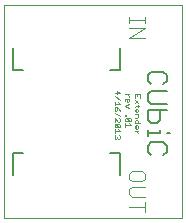
<source format=gto>
G75*
G70*
%OFA0B0*%
%FSLAX24Y24*%
%IPPOS*%
%LPD*%
%AMOC8*
5,1,8,0,0,1.08239X$1,22.5*
%
%ADD10C,0.0060*%
%ADD11C,0.0020*%
%ADD12C,0.0000*%
%ADD13C,0.0040*%
%ADD14C,0.0050*%
D10*
X010917Y002519D02*
X011023Y002412D01*
X010917Y002519D02*
X010917Y002733D01*
X011023Y002839D01*
X011450Y002839D01*
X011557Y002733D01*
X011557Y002519D01*
X011450Y002412D01*
X010917Y003056D02*
X010917Y003269D01*
X010917Y003162D02*
X011344Y003162D01*
X011344Y003269D01*
X011557Y003162D02*
X011664Y003162D01*
X011237Y003487D02*
X011023Y003487D01*
X010917Y003593D01*
X010917Y003914D01*
X011557Y003914D01*
X011344Y003914D02*
X011344Y003593D01*
X011237Y003487D01*
X011023Y004131D02*
X011557Y004131D01*
X011023Y004131D02*
X010917Y004238D01*
X010917Y004451D01*
X011023Y004558D01*
X011557Y004558D01*
X011450Y004776D02*
X011557Y004882D01*
X011557Y005096D01*
X011450Y005203D01*
X011023Y005203D01*
X010917Y005096D01*
X010917Y004882D01*
X011023Y004776D01*
D11*
X010669Y004456D02*
X010489Y004456D01*
X010489Y004336D01*
X010489Y004272D02*
X010609Y004152D01*
X010609Y004088D02*
X010609Y004028D01*
X010639Y004058D02*
X010519Y004058D01*
X010489Y004028D01*
X010519Y003965D02*
X010579Y003965D01*
X010609Y003935D01*
X010609Y003875D01*
X010579Y003845D01*
X010549Y003845D01*
X010549Y003965D01*
X010519Y003965D02*
X010489Y003935D01*
X010489Y003875D01*
X010294Y003999D02*
X010174Y004059D01*
X010294Y004119D01*
X010264Y004183D02*
X010234Y004183D01*
X010234Y004303D01*
X010264Y004303D02*
X010294Y004273D01*
X010294Y004213D01*
X010264Y004183D01*
X010174Y004213D02*
X010174Y004273D01*
X010204Y004303D01*
X010264Y004303D01*
X010294Y004366D02*
X010294Y004396D01*
X010234Y004456D01*
X010174Y004456D02*
X010294Y004456D01*
X010579Y004456D02*
X010579Y004396D01*
X010669Y004336D02*
X010669Y004456D01*
X010609Y004272D02*
X010489Y004152D01*
X010000Y004136D02*
X009819Y004136D01*
X009819Y004196D02*
X009819Y004076D01*
X009849Y004012D02*
X009819Y003982D01*
X009819Y003922D01*
X009849Y003892D01*
X009879Y003892D01*
X009909Y003922D01*
X009909Y004012D01*
X009849Y004012D01*
X009909Y004012D02*
X009970Y003952D01*
X010000Y003892D01*
X010000Y003708D02*
X009819Y003828D01*
X009819Y003644D02*
X009940Y003524D01*
X009970Y003524D01*
X010000Y003554D01*
X010000Y003614D01*
X009970Y003644D01*
X009819Y003644D02*
X009819Y003524D01*
X009849Y003460D02*
X009970Y003340D01*
X009849Y003340D01*
X009819Y003370D01*
X009819Y003430D01*
X009849Y003460D01*
X009970Y003460D01*
X010000Y003430D01*
X010000Y003370D01*
X009970Y003340D01*
X009940Y003276D02*
X010000Y003216D01*
X009819Y003216D01*
X009819Y003276D02*
X009819Y003156D01*
X009849Y003092D02*
X009819Y003062D01*
X009819Y003002D01*
X009849Y002972D01*
X009879Y002972D01*
X009909Y003002D01*
X009909Y003032D01*
X009909Y003002D02*
X009940Y002972D01*
X009970Y002972D01*
X010000Y003002D01*
X010000Y003062D01*
X009970Y003092D01*
X010489Y003229D02*
X010609Y003229D01*
X010549Y003229D02*
X010609Y003169D01*
X010609Y003139D01*
X010579Y003293D02*
X010549Y003293D01*
X010549Y003413D01*
X010579Y003413D02*
X010609Y003383D01*
X010609Y003323D01*
X010579Y003293D01*
X010489Y003323D02*
X010489Y003383D01*
X010519Y003413D01*
X010579Y003413D01*
X010609Y003477D02*
X010609Y003567D01*
X010579Y003597D01*
X010519Y003597D01*
X010489Y003567D01*
X010489Y003477D01*
X010669Y003477D01*
X010354Y003414D02*
X010174Y003414D01*
X010174Y003474D02*
X010174Y003354D01*
X010294Y003474D02*
X010354Y003414D01*
X010324Y003539D02*
X010204Y003659D01*
X010174Y003629D01*
X010174Y003569D01*
X010204Y003539D01*
X010324Y003539D01*
X010354Y003569D01*
X010354Y003629D01*
X010324Y003659D01*
X010204Y003659D01*
X010204Y003721D02*
X010174Y003721D01*
X010174Y003751D01*
X010204Y003751D01*
X010204Y003721D01*
X010489Y003661D02*
X010579Y003661D01*
X010609Y003691D01*
X010609Y003781D01*
X010489Y003781D01*
X010000Y004136D02*
X009940Y004196D01*
X010000Y004261D02*
X009819Y004381D01*
X009819Y004475D02*
X010000Y004475D01*
X009909Y004565D01*
X009909Y004445D01*
D12*
X006148Y007419D02*
X006148Y000333D01*
X012054Y000333D01*
X012054Y007419D01*
X006148Y007419D01*
D13*
X010302Y007006D02*
X010302Y006832D01*
X010302Y006919D02*
X010822Y006919D01*
X010822Y007006D02*
X010822Y006832D01*
X010822Y006662D02*
X010302Y006662D01*
X010302Y006315D02*
X010822Y006662D01*
X010822Y006315D02*
X010302Y006315D01*
X010389Y001887D02*
X010302Y001801D01*
X010302Y001627D01*
X010389Y001540D01*
X010736Y001540D01*
X010822Y001627D01*
X010822Y001801D01*
X010736Y001887D01*
X010389Y001887D01*
X010389Y001372D02*
X010302Y001285D01*
X010302Y001112D01*
X010389Y001025D01*
X010822Y001025D01*
X010822Y000856D02*
X010822Y000509D01*
X010822Y000683D02*
X010302Y000683D01*
X010389Y001372D02*
X010822Y001372D01*
D14*
X009987Y001750D02*
X009987Y002498D01*
X009672Y002498D01*
X006758Y002498D02*
X006443Y002498D01*
X006443Y001750D01*
X006443Y005254D02*
X006758Y005254D01*
X006443Y005254D02*
X006443Y006002D01*
X009672Y005254D02*
X009987Y005254D01*
X009987Y006002D01*
M02*

</source>
